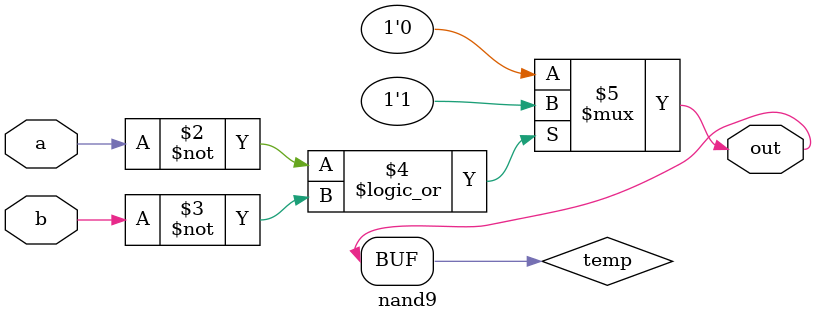
<source format=v>
module nand9 (
  input a,
  input b,
  output out
);

    reg temp;
    always @(*) begin
        temp = (a == 1'b0 || b == 1'b0) ? 1'b1 : 1'b0; // NAND using conditional expression
    end

    assign out = temp;
endmodule
</source>
